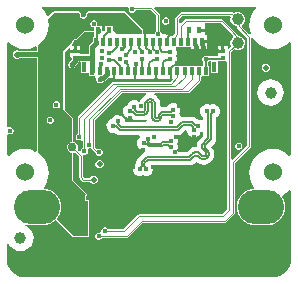
<source format=gbl>
G04*
G04 #@! TF.GenerationSoftware,Altium Limited,Altium Designer,23.8.1 (32)*
G04*
G04 Layer_Physical_Order=4*
G04 Layer_Color=16711680*
%FSLAX44Y44*%
%MOMM*%
G71*
G04*
G04 #@! TF.SameCoordinates,D32FF3FC-BFFE-4070-827C-C4EDDC97BD27*
G04*
G04*
G04 #@! TF.FilePolarity,Positive*
G04*
G01*
G75*
%ADD11C,0.2000*%
%ADD24R,0.4500X0.5500*%
%ADD34R,0.3200X0.3600*%
%ADD48C,1.0000*%
%ADD67C,0.1270*%
%ADD69C,0.3810*%
%ADD70C,0.1020*%
%ADD71C,0.1016*%
%ADD73C,0.2540*%
%ADD76O,3.9000X2.9000*%
%ADD77C,1.5240*%
%ADD78C,0.4100*%
%ADD79C,0.5000*%
%ADD80C,0.4064*%
%ADD82C,0.7500*%
%ADD83R,0.3000X0.6500*%
%ADD84R,0.4000X0.9500*%
G36*
X-6000Y121000D02*
Y117902D01*
X-20113D01*
Y117418D01*
X-21493D01*
Y117902D01*
X-27457D01*
X-29555Y120000D01*
X-30750D01*
Y124250D01*
X-37250D01*
Y120000D01*
X-39750D01*
Y124250D01*
X-42856D01*
X-43705Y125520D01*
X-43644Y125667D01*
Y126881D01*
X-44108Y128002D01*
X-44966Y128860D01*
X-46087Y129324D01*
X-47301D01*
X-48422Y128860D01*
X-49279Y128002D01*
X-49744Y126881D01*
Y125667D01*
X-49279Y124546D01*
X-48422Y123688D01*
X-47301Y123224D01*
X-46250D01*
Y120000D01*
X-55422D01*
X-61872Y113550D01*
X-62607D01*
X-63728Y113086D01*
X-64586Y112228D01*
X-65050Y111107D01*
Y110372D01*
X-72500Y102921D01*
Y53000D01*
X-65500Y46000D01*
Y26340D01*
X-65715D01*
X-67461Y25617D01*
X-68797Y24281D01*
X-69520Y22535D01*
Y20645D01*
X-68797Y18899D01*
X-67461Y17563D01*
X-65715Y16840D01*
X-65500D01*
Y-6500D01*
X-53305Y-18695D01*
X-53816Y-19205D01*
X-54280Y-20326D01*
Y-21539D01*
X-53816Y-22660D01*
X-52958Y-23518D01*
X-51837Y-23983D01*
X-51500D01*
Y-53500D01*
X-63500D01*
X-78200Y-38800D01*
X-77050Y-37399D01*
X-75611Y-34706D01*
X-74724Y-31785D01*
X-74425Y-28746D01*
X-74724Y-25707D01*
X-75611Y-22786D01*
X-77050Y-20093D01*
X-78987Y-17733D01*
X-81347Y-15796D01*
X-84040Y-14357D01*
X-86961Y-13470D01*
X-88541Y-13315D01*
X-89027Y-12141D01*
X-88248Y-11193D01*
X-86387Y-7710D01*
X-85240Y-3930D01*
X-84853Y0D01*
X-85240Y3930D01*
X-86387Y7710D01*
X-88248Y11193D01*
X-90754Y14246D01*
X-93807Y16752D01*
X-94000Y16855D01*
Y108145D01*
X-93807Y108248D01*
X-90754Y110754D01*
X-88248Y113807D01*
X-86387Y117290D01*
X-85240Y121069D01*
X-84853Y125000D01*
X-85240Y128931D01*
X-85666Y130334D01*
X-80500Y135500D01*
X-59489D01*
X-58640Y134230D01*
X-58700Y134086D01*
Y132873D01*
X-58236Y131752D01*
X-57378Y130894D01*
X-56257Y130429D01*
X-55043D01*
X-53922Y130894D01*
X-53064Y131752D01*
X-52600Y132873D01*
Y134086D01*
X-52660Y134230D01*
X-51811Y135500D01*
X-20500D01*
X-6000Y121000D01*
D02*
G37*
G36*
X90532Y139867D02*
X90663Y139136D01*
X88248Y136193D01*
X86387Y132710D01*
X85240Y128931D01*
X84853Y125000D01*
X85240Y121069D01*
X86200Y117904D01*
X85077Y117231D01*
X78587Y123721D01*
X78795Y125310D01*
X80087Y126601D01*
X81000Y128806D01*
Y131194D01*
X80087Y133399D01*
X78399Y135086D01*
X76193Y136000D01*
X73807D01*
X72040Y135268D01*
X71654Y135654D01*
X70500Y136132D01*
X27500D01*
X26346Y135654D01*
X22846Y132154D01*
X22368Y131000D01*
Y118034D01*
X20509Y116175D01*
X20507Y116170D01*
X19237Y116422D01*
Y116632D01*
X14507D01*
Y117902D01*
X10686D01*
X10286Y118870D01*
X9428Y119728D01*
X9334Y119767D01*
Y133800D01*
X8856Y134956D01*
X4579Y139233D01*
X5065Y140406D01*
X90339D01*
X90532Y139867D01*
D02*
G37*
G36*
X-17238Y139136D02*
X-17271Y139057D01*
Y137843D01*
X-16806Y136722D01*
X-15948Y135864D01*
X-14828Y135400D01*
X-13614D01*
X-12493Y135864D01*
X-11635Y136722D01*
X-11171Y137843D01*
Y137866D01*
X1323D01*
X6066Y133123D01*
Y119767D01*
X5972Y119728D01*
X5114Y118870D01*
X4714Y117902D01*
X-2113D01*
Y116632D01*
X-3493D01*
Y117902D01*
X-4918D01*
Y121000D01*
X-4918Y121000D01*
X-5235Y121765D01*
X-5235Y121765D01*
X-19735Y136265D01*
X-20500Y136582D01*
X-51811D01*
X-51914Y136540D01*
X-52022Y136562D01*
X-52285Y136386D01*
X-52577Y136265D01*
X-52619Y136163D01*
X-52711Y136101D01*
X-53560Y134831D01*
X-53581Y134723D01*
X-53660Y134644D01*
Y134328D01*
X-53721Y134019D01*
X-53682Y133961D01*
Y133088D01*
X-53982Y132365D01*
X-54536Y131811D01*
X-55259Y131512D01*
X-56041D01*
X-56765Y131811D01*
X-57318Y132365D01*
X-57618Y133088D01*
Y133961D01*
X-57579Y134019D01*
X-57640Y134328D01*
Y134644D01*
X-57719Y134723D01*
X-57741Y134831D01*
X-58589Y136101D01*
X-58681Y136163D01*
X-58724Y136265D01*
X-59015Y136386D01*
X-59278Y136562D01*
X-59387Y136540D01*
X-59489Y136582D01*
X-80500D01*
X-81265Y136265D01*
X-85149Y132382D01*
X-85392Y132443D01*
X-86467Y132860D01*
X-88248Y136193D01*
X-90663Y139136D01*
X-90532Y139867D01*
X-90339Y140406D01*
X-18087D01*
X-17238Y139136D01*
D02*
G37*
G36*
X68846Y118846D02*
X68846Y118846D01*
X71413Y116279D01*
X71344Y114829D01*
X69913Y113399D01*
X69000Y111194D01*
Y108806D01*
X69732Y107040D01*
X67810Y105118D01*
X66540Y105644D01*
Y107156D01*
X63670D01*
Y102816D01*
X62400D01*
Y101546D01*
X58260D01*
Y98632D01*
X49617D01*
X48607Y99050D01*
X47393D01*
X46272Y98586D01*
X45414Y97728D01*
X44950Y96607D01*
Y95393D01*
X45414Y94272D01*
X46022Y93665D01*
Y91697D01*
X45622Y90592D01*
X44622D01*
Y90592D01*
X39622D01*
Y90592D01*
X38622D01*
Y90592D01*
X33622D01*
Y90592D01*
X32622D01*
Y90592D01*
X27622D01*
Y90592D01*
X26622D01*
Y90592D01*
X22162D01*
Y91875D01*
X22968Y92681D01*
X23860Y94834D01*
Y97166D01*
X23084Y99040D01*
X23860Y100914D01*
Y103246D01*
X22968Y105399D01*
X22948Y105419D01*
X23024Y105601D01*
X23697Y106592D01*
X24697D01*
Y106592D01*
X29427D01*
X29697Y106592D01*
X30697D01*
X30967Y106592D01*
X35157D01*
Y105052D01*
X37927D01*
Y110843D01*
X40467D01*
Y105052D01*
X43927D01*
Y110843D01*
X45197D01*
Y112113D01*
X49237D01*
Y116632D01*
X47290D01*
Y119230D01*
X42500D01*
Y121770D01*
X47290D01*
Y125598D01*
X47290Y125790D01*
X47754Y126868D01*
X60824D01*
X68846Y118846D01*
D02*
G37*
G36*
X-46289Y116441D02*
X-46437Y115697D01*
Y115092D01*
X-47303D01*
Y112330D01*
X-47540Y111976D01*
X-47686Y111241D01*
X-49972Y108955D01*
X-50614Y107994D01*
X-50840Y106861D01*
Y100459D01*
X-58081D01*
X-58360Y100688D01*
Y101546D01*
X-62500D01*
X-66640D01*
Y98476D01*
X-66506D01*
X-65462Y97216D01*
Y95959D01*
X-67539Y93882D01*
X-67722Y93608D01*
X-68086Y93244D01*
X-68550Y92123D01*
Y90910D01*
X-68086Y89789D01*
X-67228Y88931D01*
X-66107Y88467D01*
X-64893D01*
X-63772Y88931D01*
X-62914Y89789D01*
X-62674Y90369D01*
X-60406Y92637D01*
X-59763Y93598D01*
X-59633Y94255D01*
X-58362D01*
X-57878Y93857D01*
Y84093D01*
X-51878D01*
Y84092D01*
X-50608Y84209D01*
X-50378Y83994D01*
Y82093D01*
X-45918D01*
Y80553D01*
X-45182D01*
X-44550Y79607D01*
Y78393D01*
X-44086Y77272D01*
X-43228Y76414D01*
X-42107Y75950D01*
X-40893D01*
X-39772Y76414D01*
X-38914Y77272D01*
X-38912Y77278D01*
X-38041Y77451D01*
X-37080Y78093D01*
X-35047Y80126D01*
X-33918Y80552D01*
Y80552D01*
X-33918Y80553D01*
X-29188D01*
Y79282D01*
X-12568D01*
Y80553D01*
X-11188D01*
Y79282D01*
X5432D01*
Y80553D01*
X6812D01*
Y79282D01*
X17432D01*
Y80553D01*
X19585D01*
X20071Y79379D01*
X17645Y76954D01*
X-30257D01*
X-31411Y76476D01*
X-59981Y47906D01*
X-60459Y46752D01*
Y33142D01*
X-60642Y33066D01*
X-61500Y32208D01*
X-61964Y31087D01*
Y29873D01*
X-61500Y28752D01*
X-60642Y27894D01*
X-59521Y27430D01*
X-58307D01*
X-57512Y27759D01*
X-56549Y27319D01*
X-56242Y27042D01*
Y20995D01*
X-56338Y20956D01*
X-57196Y20098D01*
X-57660Y18977D01*
Y18584D01*
X-58930Y18058D01*
X-60458Y19587D01*
X-60020Y20645D01*
Y22535D01*
X-60743Y24281D01*
X-62079Y25617D01*
X-63825Y26340D01*
X-64418D01*
Y46000D01*
X-64418Y46000D01*
X-64735Y46765D01*
X-64735Y46765D01*
X-71418Y53448D01*
Y102473D01*
X-67910Y105981D01*
X-66640Y105455D01*
Y104086D01*
X-63770D01*
Y107156D01*
X-64938D01*
X-65464Y108426D01*
X-64285Y109606D01*
X-63968Y110372D01*
Y110891D01*
X-63668Y111615D01*
X-63115Y112168D01*
X-62391Y112468D01*
X-61872D01*
X-61106Y112785D01*
X-61106Y112785D01*
X-54973Y118918D01*
X-46289D01*
Y116441D01*
D02*
G37*
G36*
X69256Y131812D02*
X69000Y131194D01*
Y128806D01*
X69913Y126601D01*
X71601Y124913D01*
X73807Y124000D01*
X74326D01*
X74775Y122917D01*
X83368Y114324D01*
Y23676D01*
X70720Y11029D01*
X69450Y11555D01*
Y102142D01*
X72040Y104732D01*
X73807Y104000D01*
X76193D01*
X78399Y104914D01*
X80087Y106601D01*
X81000Y108806D01*
Y111194D01*
X80087Y113399D01*
X78399Y115087D01*
X76193Y116000D01*
X75674D01*
X75225Y117083D01*
X71154Y121154D01*
X71154Y121154D01*
X62654Y129654D01*
X61500Y130132D01*
X31000D01*
X29846Y129654D01*
X26902Y126711D01*
X25632Y127237D01*
Y130324D01*
X28176Y132868D01*
X68551D01*
X69256Y131812D01*
D02*
G37*
G36*
X-116193Y108248D02*
X-112710Y106387D01*
X-108931Y105240D01*
X-105000Y104853D01*
X-101069Y105240D01*
X-97290Y106387D01*
X-96172Y106984D01*
X-95082Y106332D01*
Y103292D01*
X-110176D01*
X-111044Y103651D01*
X-112436D01*
X-113723Y103119D01*
X-114707Y102134D01*
X-115240Y100848D01*
Y99455D01*
X-114707Y98169D01*
X-113723Y97184D01*
X-112436Y96651D01*
X-111044D01*
X-109757Y97184D01*
X-109574Y97368D01*
X-95082D01*
Y18669D01*
X-96172Y18016D01*
X-97290Y18613D01*
X-101069Y19760D01*
X-105000Y20147D01*
X-108931Y19760D01*
X-112710Y18613D01*
X-116193Y16752D01*
X-118826Y14591D01*
X-120096Y15146D01*
Y32216D01*
X-119887Y32436D01*
X-118826Y32960D01*
X-118110Y32663D01*
X-116897D01*
X-115776Y33128D01*
X-114918Y33986D01*
X-114453Y35106D01*
Y36320D01*
X-114918Y37441D01*
X-115776Y38299D01*
X-116897Y38763D01*
X-118110D01*
X-118826Y38467D01*
X-119887Y38990D01*
X-120096Y39211D01*
Y109854D01*
X-118826Y110409D01*
X-116193Y108248D01*
D02*
G37*
G36*
X32034Y35580D02*
Y35228D01*
X32926Y33074D01*
X34574Y31426D01*
X36728Y30534D01*
X39059D01*
X41213Y31426D01*
X42862Y33074D01*
X43397Y34367D01*
X44608Y34855D01*
X45775Y34328D01*
Y31417D01*
X44218Y29860D01*
X44218Y29860D01*
X42961Y28603D01*
X42874Y28473D01*
X41543Y26739D01*
X40648Y24576D01*
X40342Y22255D01*
X39969Y21883D01*
X37648Y21577D01*
X35486Y20681D01*
X33752Y19351D01*
X33622Y19264D01*
X32176Y17818D01*
X24265D01*
X23637Y19088D01*
X24360Y20834D01*
Y23166D01*
X23786Y24550D01*
X24360Y25934D01*
Y28266D01*
X23468Y30419D01*
X23199Y30688D01*
X23685Y31862D01*
X24894D01*
X26628Y32207D01*
X28098Y33189D01*
X30764Y35854D01*
X32034Y35580D01*
D02*
G37*
G36*
X88248Y113807D02*
X90754Y110754D01*
X93807Y108248D01*
X97290Y106387D01*
X101069Y105240D01*
X105000Y104853D01*
X108930Y105240D01*
X112710Y106387D01*
X116193Y108248D01*
X118826Y110409D01*
X120096Y109854D01*
X120096Y15145D01*
X118826Y14591D01*
X116193Y16752D01*
X112710Y18613D01*
X108930Y19760D01*
X105000Y20147D01*
X101069Y19760D01*
X97290Y18613D01*
X93807Y16752D01*
X90754Y14246D01*
X88248Y11193D01*
X86387Y7710D01*
X85240Y3930D01*
X84853Y0D01*
X85240Y-3930D01*
X86387Y-7710D01*
X88248Y-11193D01*
X89027Y-12141D01*
X88541Y-13315D01*
X86961Y-13470D01*
X84040Y-14357D01*
X81347Y-15796D01*
X78987Y-17733D01*
X77050Y-20093D01*
X75611Y-22786D01*
X74724Y-25707D01*
X74425Y-28746D01*
X74724Y-31785D01*
X75611Y-34706D01*
X77050Y-37399D01*
X78987Y-39759D01*
X81347Y-41696D01*
X84040Y-43135D01*
X86961Y-44022D01*
X90000Y-44321D01*
X100000D01*
X103039Y-44022D01*
X105960Y-43135D01*
X108653Y-41696D01*
X111013Y-39759D01*
X112950Y-37399D01*
X114389Y-34706D01*
X115276Y-31785D01*
X115575Y-28746D01*
X115276Y-25707D01*
X114389Y-22786D01*
X112950Y-20093D01*
X112704Y-19793D01*
X113175Y-18365D01*
X116193Y-16752D01*
X118826Y-14591D01*
X120096Y-15145D01*
X120096Y-73309D01*
X120096Y-73310D01*
X120096D01*
X120014Y-74546D01*
X119845Y-76263D01*
X118984Y-79102D01*
X117585Y-81719D01*
X115703Y-84013D01*
X113409Y-85895D01*
X110792Y-87294D01*
X107953Y-88155D01*
X106236Y-88324D01*
X105000Y-88406D01*
Y-88406D01*
X104999Y-88406D01*
X-104999D01*
X-105000Y-88406D01*
Y-88406D01*
X-106236Y-88324D01*
X-107953Y-88155D01*
X-110792Y-87294D01*
X-113409Y-85895D01*
X-115703Y-84013D01*
X-117585Y-81719D01*
X-118984Y-79102D01*
X-119845Y-76263D01*
X-120123Y-73445D01*
X-120096Y-73310D01*
Y-60638D01*
X-118826Y-60386D01*
X-118684Y-60729D01*
X-116900Y-63052D01*
X-114577Y-64836D01*
X-111870Y-65957D01*
X-108966Y-66339D01*
X-106062Y-65957D01*
X-103356Y-64836D01*
X-101032Y-63052D01*
X-99248Y-60729D01*
X-98127Y-58022D01*
X-97745Y-55118D01*
X-98127Y-52214D01*
X-99248Y-49507D01*
X-101032Y-47184D01*
X-103356Y-45400D01*
X-104687Y-44849D01*
X-104259Y-43652D01*
X-103039Y-44022D01*
X-100000Y-44321D01*
X-90000D01*
X-86961Y-44022D01*
X-84040Y-43135D01*
X-81347Y-41696D01*
X-78987Y-39759D01*
X-78782Y-39749D01*
X-64265Y-54265D01*
X-63500Y-54582D01*
X-51500D01*
X-50735Y-54265D01*
X-50418Y-53500D01*
Y-23983D01*
X-50735Y-23217D01*
X-51500Y-22900D01*
X-51621D01*
X-52344Y-22601D01*
X-52898Y-22047D01*
X-53198Y-21324D01*
Y-20541D01*
X-52898Y-19818D01*
X-52540Y-19460D01*
X-52223Y-18695D01*
X-52540Y-17929D01*
X-64418Y-6052D01*
Y16840D01*
X-63825D01*
X-62767Y17278D01*
X-59292Y13804D01*
Y-3762D01*
X-58814Y-4916D01*
X-56702Y-7028D01*
X-55548Y-7506D01*
X-49966D01*
X-49821Y-7857D01*
X-48836Y-8841D01*
X-47550Y-9374D01*
X-46157D01*
X-44871Y-8841D01*
X-43886Y-7857D01*
X-43353Y-6570D01*
Y-5178D01*
X-43886Y-3891D01*
X-44871Y-2907D01*
X-46157Y-2374D01*
X-47550D01*
X-48836Y-2907D01*
X-49821Y-3891D01*
X-49966Y-4242D01*
X-54872D01*
X-56028Y-3086D01*
Y14282D01*
X-55598Y14831D01*
X-55001Y15320D01*
X-54003D01*
X-52882Y15785D01*
X-52024Y16643D01*
X-51560Y17764D01*
Y18977D01*
X-51775Y19495D01*
X-51721Y19666D01*
X-50936Y20668D01*
X-50193D01*
X-49834Y20817D01*
X-48907Y20928D01*
X-48301Y20182D01*
X-48146Y19807D01*
X-45260Y16921D01*
Y16786D01*
X-44796Y15665D01*
X-43938Y14807D01*
X-42817Y14342D01*
X-41603D01*
X-40482Y14807D01*
X-39624Y15665D01*
X-39160Y16786D01*
Y17999D01*
X-39624Y19120D01*
X-40482Y19978D01*
X-41603Y20442D01*
X-42817D01*
X-43766Y20049D01*
X-45356Y21639D01*
Y44615D01*
X-22659Y67312D01*
X-2781D01*
X-2529Y66042D01*
X-3652Y65577D01*
X-5230Y64366D01*
X-6441Y62787D01*
X-7202Y60949D01*
X-7255Y60551D01*
X-8596Y60096D01*
X-9074Y60574D01*
X-11228Y61466D01*
X-13559D01*
X-15713Y60574D01*
X-17362Y58926D01*
X-17935Y57541D01*
X-19319Y56968D01*
X-20968Y55319D01*
X-21860Y53166D01*
Y50834D01*
X-20968Y48681D01*
X-19319Y47032D01*
X-17166Y46140D01*
X-14834D01*
X-14640Y46220D01*
X-14522Y46102D01*
X-14522Y46102D01*
X-13052Y45120D01*
X-11317Y44775D01*
X-4222D01*
X-3954Y44828D01*
X-2485Y45022D01*
X-1978Y44403D01*
X-2224Y43751D01*
X-2676Y43212D01*
X-20640D01*
Y44666D01*
X-21532Y46819D01*
X-23181Y48468D01*
X-25334Y49360D01*
X-27666D01*
X-29819Y48468D01*
X-31468Y46819D01*
X-32041Y45435D01*
X-33426Y44862D01*
X-35074Y43213D01*
X-35966Y41059D01*
Y38728D01*
X-35074Y36574D01*
X-33426Y34926D01*
X-31272Y34034D01*
X-28941D01*
X-28746Y34114D01*
X-27821Y33189D01*
X-26351Y32207D01*
X-24616Y31862D01*
X-24616Y31862D01*
X-8366D01*
X-7424Y30592D01*
X-7605Y29994D01*
X-7926Y29862D01*
X-9574Y28213D01*
X-10466Y26059D01*
Y23728D01*
X-9574Y21574D01*
X-7926Y19926D01*
X-5772Y19034D01*
X-4180D01*
X-3890Y18727D01*
X-3849Y18481D01*
X-4155Y17157D01*
X-5152Y16491D01*
X-9398Y12245D01*
X-10380Y10774D01*
X-10725Y9040D01*
Y8548D01*
X-10919Y8468D01*
X-12568Y6819D01*
X-13460Y4666D01*
Y2334D01*
X-12568Y181D01*
X-10919Y-1468D01*
X-8766Y-2360D01*
X-6434D01*
X-5050Y-1787D01*
X-3666Y-2360D01*
X-1334D01*
X819Y-1468D01*
X2468Y181D01*
X3360Y2334D01*
Y4666D01*
X3051Y5412D01*
X3756Y6468D01*
X35000D01*
X36734Y6813D01*
X38205Y7795D01*
X39969Y9560D01*
X40057Y9472D01*
X40188Y9385D01*
X41921Y8055D01*
X44084Y7159D01*
X46405Y6854D01*
X48725Y7159D01*
X50888Y8055D01*
X52622Y9385D01*
X52752Y9472D01*
X52839Y9603D01*
X54170Y11337D01*
X55066Y13499D01*
X55371Y15820D01*
X55066Y18141D01*
X54170Y20303D01*
X52839Y22037D01*
X52752Y22168D01*
X53528Y23119D01*
X55798Y25388D01*
X56780Y26859D01*
X57125Y28593D01*
X57125Y28593D01*
Y46952D01*
X57319Y47032D01*
X58968Y48681D01*
X59860Y50834D01*
Y53166D01*
X58968Y55319D01*
X57319Y56968D01*
X55166Y57860D01*
X52834D01*
X51450Y57287D01*
X50066Y57860D01*
X47734D01*
X45581Y56968D01*
X43932Y55319D01*
X43040Y53166D01*
Y50834D01*
X43932Y48681D01*
X45581Y47032D01*
X45775Y46952D01*
Y45672D01*
X44505Y45098D01*
X42666Y45860D01*
X40334D01*
X40140Y45780D01*
X39848Y46071D01*
X38378Y47053D01*
X36644Y47398D01*
X28133D01*
X27630Y47298D01*
X26360Y48341D01*
Y49066D01*
X25787Y50450D01*
X26360Y51834D01*
Y54166D01*
X25468Y56319D01*
X23819Y57968D01*
X21666Y58860D01*
X19334D01*
X17181Y57968D01*
X15532Y56319D01*
X15452Y56125D01*
X11776D01*
X11508Y56072D01*
X10722Y55968D01*
X9452Y57051D01*
Y58977D01*
X9388Y59302D01*
X9171Y60949D01*
X8409Y62787D01*
X7198Y64366D01*
X5620Y65577D01*
X4497Y66042D01*
X4749Y67312D01*
X32777D01*
X33933Y67791D01*
X43278Y77136D01*
X43757Y78292D01*
Y81181D01*
X44622Y82092D01*
X45622D01*
Y82093D01*
X50622D01*
Y90592D01*
X50100D01*
Y93787D01*
X50586Y94272D01*
X50702Y94553D01*
X52122D01*
Y84093D01*
X58122D01*
Y94553D01*
X59800D01*
Y94416D01*
X61554D01*
X61792Y94369D01*
X62030Y94416D01*
X65000D01*
Y94416D01*
X66186Y94213D01*
Y-30506D01*
X61824Y-34868D01*
X-8500D01*
X-9654Y-35346D01*
X-21666Y-47358D01*
X-34875D01*
X-34914Y-47262D01*
X-35772Y-46404D01*
X-36893Y-45940D01*
X-38107D01*
X-39228Y-46404D01*
X-40086Y-47262D01*
X-40550Y-48383D01*
Y-49597D01*
X-40532Y-49639D01*
X-41504Y-50611D01*
X-41893Y-50450D01*
X-43107D01*
X-44228Y-50914D01*
X-45086Y-51772D01*
X-45550Y-52893D01*
Y-54107D01*
X-45086Y-55228D01*
X-44228Y-56086D01*
X-43107Y-56550D01*
X-41893D01*
X-40772Y-56086D01*
X-39914Y-55228D01*
X-39875Y-55132D01*
X-18500D01*
X-17346Y-54654D01*
X-5066Y-42375D01*
X64257D01*
X65412Y-41897D01*
X72020Y-35288D01*
X72498Y-34134D01*
Y8190D01*
X86154Y21846D01*
X86632Y23000D01*
Y114136D01*
X87902Y114454D01*
X88248Y113807D01*
D02*
G37*
%LPC*%
G36*
X-77723Y60584D02*
X-78937D01*
X-80058Y60120D01*
X-80916Y59262D01*
X-81380Y58141D01*
Y56927D01*
X-80916Y55807D01*
X-80058Y54949D01*
X-78937Y54484D01*
X-77723D01*
X-76602Y54949D01*
X-75744Y55807D01*
X-75280Y56927D01*
Y58141D01*
X-75744Y59262D01*
X-76602Y60120D01*
X-77723Y60584D01*
D02*
G37*
G36*
X-82993Y47639D02*
X-84207D01*
X-85328Y47175D01*
X-86186Y46317D01*
X-86650Y45196D01*
Y43983D01*
X-86186Y42862D01*
X-85328Y42004D01*
X-84207Y41540D01*
X-82993D01*
X-81873Y42004D01*
X-81014Y42862D01*
X-80550Y43983D01*
Y45196D01*
X-81014Y46317D01*
X-81873Y47175D01*
X-82993Y47639D01*
D02*
G37*
G36*
X14657Y131550D02*
X13443D01*
X12322Y131086D01*
X11464Y130228D01*
X11000Y129107D01*
Y127893D01*
X11464Y126772D01*
X12322Y125914D01*
X13443Y125450D01*
X14657D01*
X15778Y125914D01*
X16636Y126772D01*
X17100Y127893D01*
Y129107D01*
X16636Y130228D01*
X15778Y131086D01*
X14657Y131550D01*
D02*
G37*
G36*
X49237Y109572D02*
X46467D01*
Y105052D01*
X49237D01*
Y109572D01*
D02*
G37*
G36*
X61130Y107156D02*
X58260D01*
Y104086D01*
X61130D01*
Y107156D01*
D02*
G37*
G36*
X-58360D02*
X-61230D01*
Y104086D01*
X-58360D01*
Y107156D01*
D02*
G37*
G36*
X76557Y25628D02*
X75343D01*
X74222Y25164D01*
X73364Y24306D01*
X72900Y23185D01*
Y21972D01*
X73364Y20851D01*
X74222Y19993D01*
X75343Y19528D01*
X76557D01*
X77678Y19993D01*
X78536Y20851D01*
X79000Y21972D01*
Y23185D01*
X78536Y24306D01*
X77678Y25164D01*
X76557Y25628D01*
D02*
G37*
G36*
X99756Y92400D02*
X98364D01*
X97077Y91867D01*
X96093Y90883D01*
X95560Y89596D01*
Y88204D01*
X96093Y86917D01*
X97077Y85933D01*
X98364Y85400D01*
X99756D01*
X101043Y85933D01*
X102027Y86917D01*
X102560Y88204D01*
Y89596D01*
X102027Y90883D01*
X101043Y91867D01*
X99756Y92400D01*
D02*
G37*
G36*
X103000Y79221D02*
X100096Y78839D01*
X97389Y77718D01*
X95066Y75934D01*
X93282Y73611D01*
X92161Y70904D01*
X91779Y68000D01*
X92161Y65096D01*
X93282Y62389D01*
X95066Y60066D01*
X97389Y58282D01*
X100096Y57161D01*
X103000Y56779D01*
X105904Y57161D01*
X108610Y58282D01*
X110934Y60066D01*
X112718Y62389D01*
X113839Y65096D01*
X114221Y68000D01*
X113839Y70904D01*
X112718Y73611D01*
X110934Y75934D01*
X108610Y77718D01*
X105904Y78839D01*
X103000Y79221D01*
D02*
G37*
G36*
X-41134Y10892D02*
X-42526D01*
X-43813Y10359D01*
X-44797Y9375D01*
X-45330Y8089D01*
Y6696D01*
X-44797Y5410D01*
X-43813Y4425D01*
X-42526Y3892D01*
X-41134D01*
X-39847Y4425D01*
X-38863Y5410D01*
X-38330Y6696D01*
Y8089D01*
X-38863Y9375D01*
X-39847Y10359D01*
X-41134Y10892D01*
D02*
G37*
%LPD*%
D11*
X-3000Y110843D02*
Y120000D01*
Y110843D02*
X-2803D01*
X18321Y79000D02*
Y86342D01*
X18122D02*
X18321D01*
X-11878Y79000D02*
Y86342D01*
X15197Y110843D02*
X15697Y111342D01*
Y115041D01*
X17918Y117263D02*
X18300D01*
X15697Y115041D02*
X17918Y117263D01*
X-11878Y86342D02*
X-11378Y86842D01*
Y90976D02*
X-10950Y91404D01*
X-11378Y86842D02*
Y90976D01*
X-10950Y91404D02*
Y91972D01*
X6061Y79061D02*
Y86281D01*
X6122Y86342D01*
X6000Y79000D02*
X6061Y79061D01*
X21201Y91000D02*
X21794Y91593D01*
X22382D01*
X23432Y92642D02*
X24000D01*
X18622Y88593D02*
X21030Y91000D01*
X21201D01*
X22382Y91593D02*
X23432Y92642D01*
X18622Y86842D02*
Y88593D01*
X18122Y86342D02*
X18622Y86842D01*
X48000Y96000D02*
X48568D01*
X61607Y96593D02*
X61792Y96408D01*
X48061Y86404D02*
Y95939D01*
X49161Y96593D02*
X61607D01*
X48568Y96000D02*
X49161Y96593D01*
X48000Y96000D02*
X48061Y95939D01*
X-2303Y105990D02*
Y110343D01*
X-2803Y110843D02*
X-2303Y110343D01*
Y105990D02*
X808Y102880D01*
Y102654D02*
Y102880D01*
X-29878Y79435D02*
Y86342D01*
X-30257Y79056D02*
X-29878Y79435D01*
X-38484Y111161D02*
Y115516D01*
X-34000Y120000D01*
X-38803Y110843D02*
X-38484Y111161D01*
X-34000Y120000D02*
Y120500D01*
X-44803Y110843D02*
X-44398Y111248D01*
Y115697D01*
X-44250Y115845D02*
Y119250D01*
X-44398Y115697D02*
X-44250Y115845D01*
Y119250D02*
X-43000Y120500D01*
X33197Y120197D02*
X33549Y120549D01*
X33197Y110843D02*
Y120197D01*
X48061Y86404D02*
X48122Y86342D01*
D24*
X-43000Y120500D02*
D03*
X-34000D02*
D03*
X33500D02*
D03*
X42500D02*
D03*
D34*
X-62500Y97216D02*
D03*
Y102816D02*
D03*
X62400Y97216D02*
D03*
Y102816D02*
D03*
D48*
X75000Y110000D02*
D03*
Y130000D02*
D03*
X-108966Y-55118D02*
D03*
X103000Y68000D02*
D03*
D67*
X43112Y16059D02*
X41120Y17210D01*
X38819D01*
X36826Y16059D01*
X44878Y14294D02*
X47931Y14294D01*
X47931Y14294D02*
Y17347D01*
X46172Y19106D02*
X46173Y19105D01*
X46166Y25398D02*
X45014Y23403D01*
X45017Y21099D01*
X46172Y19106D01*
X41496Y14443D02*
X38443D01*
X43261Y12677D02*
X45254Y11527D01*
X47555D01*
X49548Y12677D01*
X49548D02*
X50698Y14670D01*
Y16971D01*
X49548Y18963D01*
X47782Y23782D02*
X47782Y20729D01*
X11776Y49307D02*
X10506Y48037D01*
X7395Y44062D02*
X9595Y44974D01*
X10506Y47173D01*
X2634D02*
X3545Y44974D01*
X5745Y44062D01*
X2634Y58977D02*
X1809Y59802D01*
X159D02*
X-666Y58977D01*
X-4222Y49307D02*
X-1707Y50349D01*
X-666Y52863D01*
X11776Y51593D02*
X9262Y50552D01*
X8220Y48037D01*
X7395Y46348D02*
X8220Y47173D01*
X4920D02*
X5745Y46348D01*
X4920Y58977D02*
X4009Y61177D01*
X1809Y62088D01*
X159D02*
X-2041Y61177D01*
X-2952Y58977D01*
X-4222Y51593D02*
X-2952Y52863D01*
X29747Y13286D02*
X34053D01*
X36826Y16059D01*
X43112D02*
X44878Y14294D01*
X44878Y14294D01*
X47931Y14294D02*
X47931Y14294D01*
X46173Y19105D02*
X47931Y17347D01*
X46166Y25398D02*
X47423Y26656D01*
X29787Y11000D02*
X35000D01*
X38443Y14443D01*
X41496D02*
X43261Y12677D01*
X43261Y12677D01*
X49548Y12677D02*
X49548Y12677D01*
X47782Y20729D02*
X49548Y18963D01*
X47782Y23782D02*
X49039Y25039D01*
X49039D01*
X11776Y49307D02*
X17000D01*
X10506Y47173D02*
Y48037D01*
X5745Y44062D02*
X7395D01*
X2634Y47173D02*
Y58977D01*
X159Y59802D02*
X1809D01*
X-666Y52863D02*
Y58977D01*
X-6000Y49307D02*
X-4222D01*
X11776Y51593D02*
X17000D01*
X8220Y47173D02*
Y48037D01*
X5745Y46348D02*
X7395D01*
X4920Y47173D02*
Y58977D01*
X159Y62088D02*
X1809D01*
X-2952Y52863D02*
Y58977D01*
X-6000Y51593D02*
X-4222D01*
X35697Y40580D02*
X37362Y38915D01*
X24894Y36394D02*
X29080Y40580D01*
X28133Y42866D02*
X36644D01*
X29080Y40580D02*
X35697D01*
X23947Y38680D02*
X28133Y42866D01*
X36644D02*
X38979Y40532D01*
X-19500Y92930D02*
X-17939Y91369D01*
X-19500Y99500D02*
Y100132D01*
X-17939Y86404D02*
Y91369D01*
X-19500Y92930D02*
Y93420D01*
Y100132D02*
X-14803Y104829D01*
X-31428Y102114D02*
X-27111Y106431D01*
X-33518Y102114D02*
X-31428D01*
X-34000Y101632D02*
X-33518Y102114D01*
X-27111Y110534D02*
X-26803Y110843D01*
X-27111Y106431D02*
Y110534D01*
X-29552Y95553D02*
X-24562Y90562D01*
X-34000Y95553D02*
X-29552D01*
X54000Y51248D02*
Y52000D01*
X52593Y28593D02*
Y49841D01*
X54000Y51248D01*
X17513Y102567D02*
X18000Y102080D01*
X11433Y102567D02*
X17513D01*
X49039Y25039D02*
X52593Y28593D01*
X9197Y104803D02*
Y110843D01*
Y104803D02*
X11433Y102567D01*
X-1000Y11000D02*
X29787D01*
X-3907Y8093D02*
X-1000Y11000D01*
X-2500Y3500D02*
Y4252D01*
X-3907Y5659D02*
X-2500Y4252D01*
X-3907Y5659D02*
Y8093D01*
X17764Y95764D02*
X18000Y96000D01*
X48900Y51248D02*
X50307Y49841D01*
X48900Y51248D02*
Y52000D01*
X50307Y29540D02*
Y49841D01*
X47423Y26656D02*
X50307Y29540D01*
X14045Y95764D02*
X17764D01*
X12122Y93841D02*
X14045Y95764D01*
X12122Y86342D02*
Y93841D01*
X-6193Y9040D02*
X-1947Y13286D01*
X29747D01*
X-6193Y5659D02*
Y9040D01*
X-7600Y4252D02*
X-6193Y5659D01*
X-7600Y3500D02*
Y4252D01*
X6567Y95567D02*
X7000Y96000D01*
X122Y92644D02*
X3045Y95567D01*
X6567D01*
X122Y86342D02*
Y92644D01*
X3197Y110843D02*
X3598Y110441D01*
Y105170D02*
Y110441D01*
X6834Y101934D02*
X6854D01*
X3598Y105170D02*
X6834Y101934D01*
X-15468Y51468D02*
X-13478D01*
X-11317Y49307D01*
X-6000D01*
X-10370Y51593D02*
X-6000D01*
X-11862Y53085D02*
X-10370Y51593D01*
X-12394Y55606D02*
X-11862Y55075D01*
X-16000Y52000D02*
X-15468Y51468D01*
X-11862Y53085D02*
Y55075D01*
X17000Y49307D02*
X18341D01*
X17000Y51593D02*
X18341D01*
X-17939Y86404D02*
X-17878Y86342D01*
X19748Y47900D02*
X20500D01*
X18341Y49307D02*
X19748Y47900D01*
X-14803Y104829D02*
Y110843D01*
X18341Y51593D02*
X19748Y53000D01*
X20500D01*
X11935Y23407D02*
X16341D01*
X-145Y22422D02*
X10951D01*
X802Y24708D02*
X10004D01*
X10988Y25693D02*
X16341D01*
X-2085Y24362D02*
X-145Y22422D01*
X-4075Y24362D02*
X-2085D01*
X-4606Y24894D02*
X-4075Y24362D01*
X-6000Y96000D02*
X-5939Y95939D01*
Y86404D02*
Y95939D01*
Y86404D02*
X-5878Y86342D01*
X-468Y25979D02*
Y27968D01*
X-1000Y28500D02*
X-468Y27968D01*
Y25979D02*
X802Y24708D01*
X-8576Y105687D02*
Y110616D01*
Y105687D02*
X-6000Y103111D01*
X-8803Y110843D02*
X-8576Y110616D01*
X-6000Y102080D02*
Y103111D01*
X10004Y24708D02*
X10988Y25693D01*
X16341D02*
X17748Y27100D01*
Y22000D02*
X18500D01*
X16341Y23407D02*
X17748Y22000D01*
Y27100D02*
X18500D01*
X10951Y22422D02*
X11935Y23407D01*
X-24616Y36394D02*
X24894D01*
X-23670Y38680D02*
X23947D01*
X-25968Y40978D02*
X-23670Y38680D01*
X-27585Y39362D02*
X-24616Y36394D01*
X37362Y36925D02*
X37894Y36394D01*
X38979Y40532D02*
X40968D01*
X37362Y36925D02*
Y38915D01*
X40968Y40532D02*
X41500Y40000D01*
X-25968Y40978D02*
Y42968D01*
X-26500Y43500D02*
X-25968Y42968D01*
X-24562Y87027D02*
Y90562D01*
Y87027D02*
X-23878Y86342D01*
X-30106Y39894D02*
X-29575Y39362D01*
X-27585D01*
D69*
X-111740Y100151D02*
X-111561Y100330D01*
X-88900D01*
X-65444Y91572D02*
Y91787D01*
X-62500Y94732D01*
X-65500Y91517D02*
X-65444Y91572D01*
X-62500Y94732D02*
Y97216D01*
X-39174Y80188D02*
X-35878Y83484D01*
Y86342D01*
X-40234Y80188D02*
X-39174D01*
X-41366Y79056D02*
X-40234Y80188D01*
X-41445Y79056D02*
X-41366D01*
X-43000Y120000D02*
Y120500D01*
X-47878Y97069D02*
Y106861D01*
Y86342D02*
Y97069D01*
X-62500Y97216D02*
X-58362D01*
X-58081Y97498D01*
X-48306D01*
X-47878Y97069D01*
X-45241Y109497D02*
X-45208D01*
X-47878Y106861D02*
X-45241Y109497D01*
X-44803Y109902D02*
Y110843D01*
X-45208Y109497D02*
X-44803Y109902D01*
D70*
X-46990Y20962D02*
X-42800Y16772D01*
X-46990Y45292D02*
X-23336Y68947D01*
X-46990Y20962D02*
Y45292D01*
X-23336Y68947D02*
X32777D01*
X42122Y78292D01*
Y86342D01*
X-13387Y138450D02*
X-12337Y139500D01*
X-14221Y138450D02*
X-13387D01*
X-12337Y139500D02*
X2000D01*
X7700Y133800D01*
Y117142D02*
Y133800D01*
D71*
X70866Y-34134D02*
Y8866D01*
X85000Y23000D01*
X64257Y-40743D02*
X70866Y-34134D01*
X62500Y-36500D02*
X67818Y-31182D01*
Y102818D01*
X75000Y110000D01*
X-57660Y-3762D02*
X-55548Y-5874D01*
X-46853D01*
X-57660Y-3762D02*
Y14480D01*
X-64770Y21590D02*
X-57660Y14480D01*
X-54610Y45390D02*
X-26707Y73293D01*
X-54610Y18370D02*
Y45390D01*
X-50800Y45200D02*
X-24953Y71047D01*
X-50800Y23718D02*
Y45200D01*
X-58914Y30480D02*
X-58826Y30568D01*
Y46752D01*
X-30257Y75321D01*
X-5743Y-40743D02*
X64257D01*
X61500Y128500D02*
X70000Y120000D01*
X70000D02*
X74071Y115929D01*
X21663Y111309D02*
Y115021D01*
X21197Y110843D02*
X21663Y111309D01*
X24000Y117358D02*
Y131000D01*
X21663Y115021D02*
X24000Y117358D01*
Y131000D02*
X27500Y134500D01*
X-24953Y71047D02*
X27547D01*
X36122Y79622D01*
X85000Y23000D02*
Y115000D01*
X-26707Y73293D02*
X21915D01*
X30122Y81500D01*
X18321Y75321D02*
X24122Y81122D01*
X-30257Y75321D02*
X18321D01*
X75929Y124071D02*
Y129071D01*
X70500Y134500D02*
X75929Y129071D01*
Y124071D02*
X85000Y115000D01*
X31000Y128500D02*
X61500D01*
X74071Y110929D02*
Y115929D01*
Y110929D02*
X75000Y110000D01*
X27500Y134500D02*
X70500D01*
X-37500Y-48990D02*
X-20990D01*
X-8500Y-36500D01*
X-42500Y-53500D02*
X-18500D01*
X-8500Y-36500D02*
X62500D01*
X-18500Y-53500D02*
X-5743Y-40743D01*
X27197Y124697D02*
X31000Y128500D01*
X27197Y110843D02*
Y124697D01*
X24122Y81122D02*
Y86342D01*
X30122Y81500D02*
Y86342D01*
X36122Y79622D02*
Y86342D01*
D73*
X-21033Y106889D02*
Y110612D01*
X-22500Y105422D02*
X-21033Y106889D01*
X-22500Y105000D02*
Y105422D01*
X-21033Y110612D02*
X-20803Y110843D01*
X-41648Y86573D02*
Y90164D01*
X-40234Y91578D01*
X-41878Y86342D02*
X-41648Y86573D01*
X-40234Y91578D02*
Y92000D01*
X45427Y106814D02*
X46500Y105741D01*
Y105318D02*
Y105741D01*
X45197Y110843D02*
X45427Y110612D01*
Y106814D02*
Y110612D01*
X40703Y105318D02*
Y105741D01*
X39197Y109092D02*
Y110843D01*
Y109092D02*
X39427Y108862D01*
Y107017D02*
Y108862D01*
Y107017D02*
X40703Y105741D01*
D76*
X95000Y-28746D02*
D03*
X-95000D02*
D03*
D77*
X105000Y310D02*
D03*
X-105000D02*
D03*
X105000Y125310D02*
D03*
X-105000D02*
D03*
D78*
X-57500Y-22725D02*
D03*
X-62500Y-22666D02*
D03*
X-83600Y44590D02*
D03*
X-46853Y13970D02*
D03*
X-42210Y17392D02*
D03*
X-54610Y18370D02*
D03*
X-50800Y23718D02*
D03*
X-41465Y31170D02*
D03*
X-28045Y30430D02*
D03*
X-117503Y35713D02*
D03*
X62382Y-19882D02*
D03*
X-68580Y69534D02*
D03*
X-78330Y57534D02*
D03*
X-101466Y36840D02*
D03*
X-27478Y1788D02*
D03*
Y-2880D02*
D03*
X-58914Y30480D02*
D03*
X-57380Y-48792D02*
D03*
X-62500Y-45922D02*
D03*
X-51230Y-20933D02*
D03*
X-65500Y91517D02*
D03*
X-7000Y56500D02*
D03*
X25405Y56363D02*
D03*
X-54000Y61000D02*
D03*
X-46694Y126274D02*
D03*
X-55650Y133479D02*
D03*
X50127Y121224D02*
D03*
X14050Y128500D02*
D03*
X18300Y117263D02*
D03*
X-10950Y91972D02*
D03*
X6000Y79000D02*
D03*
X24000Y92642D02*
D03*
X48000Y96000D02*
D03*
X-40234Y92000D02*
D03*
X-39174Y74000D02*
D03*
X-14221Y138450D02*
D03*
X-27500Y-43907D02*
D03*
X-42425D02*
D03*
X-37500Y-48990D02*
D03*
X-27312Y-21794D02*
D03*
X-42441Y-22666D02*
D03*
X-42500Y-53500D02*
D03*
X-22500Y105000D02*
D03*
X-19500Y99500D02*
D03*
Y93420D02*
D03*
X-34000Y101632D02*
D03*
Y95553D02*
D03*
X-40000Y97069D02*
D03*
X-41500Y79000D02*
D03*
X-62000Y110500D02*
D03*
X75950Y22578D02*
D03*
X-14275Y119500D02*
D03*
X-9500D02*
D03*
X46500Y105318D02*
D03*
X58000Y103000D02*
D03*
X40703Y105318D02*
D03*
X7700Y117142D02*
D03*
X75950Y48500D02*
D03*
X95500D02*
D03*
X54000Y52000D02*
D03*
X18000Y102080D02*
D03*
X-2500Y3500D02*
D03*
X18000Y96000D02*
D03*
X48900Y52000D02*
D03*
X-7600Y3500D02*
D03*
X32500Y-20000D02*
D03*
X2500D02*
D03*
X47500D02*
D03*
X17500D02*
D03*
X-12500D02*
D03*
X-13500Y5000D02*
D03*
X3000D02*
D03*
X62000Y52000D02*
D03*
X40415D02*
D03*
X38476Y30298D02*
D03*
X43500Y46000D02*
D03*
X18560Y42866D02*
D03*
X23000Y30000D02*
D03*
X22040Y18029D02*
D03*
X-5242Y19133D02*
D03*
X4229Y30377D02*
D03*
X-37500Y38000D02*
D03*
X-23750Y50134D02*
D03*
X-16000Y46000D02*
D03*
X7000Y96000D02*
D03*
X6854Y101934D02*
D03*
X-16000Y52000D02*
D03*
X-12394Y55606D02*
D03*
X20500Y47900D02*
D03*
Y53000D02*
D03*
X-4606Y24894D02*
D03*
X-6000Y96000D02*
D03*
X-1000Y28500D02*
D03*
X-6000Y102080D02*
D03*
X18500Y27100D02*
D03*
Y22000D02*
D03*
X41500Y40000D02*
D03*
X37894Y36394D02*
D03*
X-26500Y43500D02*
D03*
X-30106Y39894D02*
D03*
X-12000Y102000D02*
D03*
X-24154Y96742D02*
D03*
X808Y102654D02*
D03*
X24500Y104500D02*
D03*
X-40000Y103000D02*
D03*
D79*
X-46853Y-5874D02*
D03*
X-41830Y7392D02*
D03*
X-111740Y100151D02*
D03*
X99060Y88900D02*
D03*
D80*
X-1000Y125500D02*
D03*
Y135500D02*
D03*
D82*
X-64770Y21590D02*
D03*
D83*
X48122Y86342D02*
D03*
X45197Y110843D02*
D03*
X42122Y86342D02*
D03*
X36122D02*
D03*
X30122D02*
D03*
X24122D02*
D03*
X18122D02*
D03*
X12122D02*
D03*
X6122D02*
D03*
X122D02*
D03*
X-5878D02*
D03*
X-11878D02*
D03*
X-17878D02*
D03*
X-23878D02*
D03*
X-29878D02*
D03*
X-35878D02*
D03*
X-41878D02*
D03*
X-47878D02*
D03*
X39197Y110843D02*
D03*
X33197D02*
D03*
X27197D02*
D03*
X21197D02*
D03*
X15197D02*
D03*
X9197D02*
D03*
X3197D02*
D03*
X-2803D02*
D03*
X-8803D02*
D03*
X-14803D02*
D03*
X-20803D02*
D03*
X-26803D02*
D03*
X-32803D02*
D03*
X-38803D02*
D03*
X-44803D02*
D03*
D84*
X-54878Y89843D02*
D03*
X55122D02*
D03*
M02*

</source>
